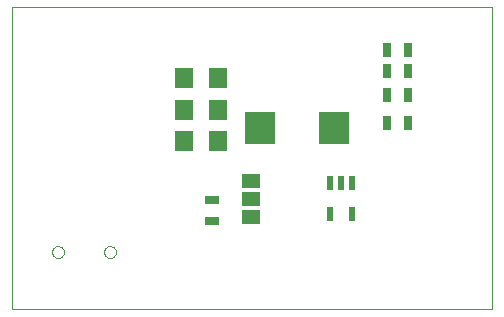
<source format=gbp>
G75*
G70*
%OFA0B0*%
%FSLAX24Y24*%
%IPPOS*%
%LPD*%
%AMOC8*
5,1,8,0,0,1.08239X$1,22.5*
%
%ADD10C,0.0000*%
%ADD11R,0.0315X0.0472*%
%ADD12R,0.0217X0.0472*%
%ADD13R,0.0472X0.0315*%
%ADD14R,0.1004X0.1063*%
%ADD15R,0.0630X0.0460*%
%ADD16R,0.0630X0.0709*%
D10*
X000180Y000416D02*
X000180Y010496D01*
X016180Y010496D01*
X016180Y000416D01*
X000180Y000416D01*
X001517Y002330D02*
X001519Y002357D01*
X001525Y002384D01*
X001534Y002410D01*
X001547Y002434D01*
X001563Y002457D01*
X001582Y002476D01*
X001604Y002493D01*
X001628Y002507D01*
X001653Y002517D01*
X001680Y002524D01*
X001707Y002527D01*
X001735Y002526D01*
X001762Y002521D01*
X001788Y002513D01*
X001812Y002501D01*
X001835Y002485D01*
X001856Y002467D01*
X001873Y002446D01*
X001888Y002422D01*
X001899Y002397D01*
X001907Y002371D01*
X001911Y002344D01*
X001911Y002316D01*
X001907Y002289D01*
X001899Y002263D01*
X001888Y002238D01*
X001873Y002214D01*
X001856Y002193D01*
X001835Y002175D01*
X001813Y002159D01*
X001788Y002147D01*
X001762Y002139D01*
X001735Y002134D01*
X001707Y002133D01*
X001680Y002136D01*
X001653Y002143D01*
X001628Y002153D01*
X001604Y002167D01*
X001582Y002184D01*
X001563Y002203D01*
X001547Y002226D01*
X001534Y002250D01*
X001525Y002276D01*
X001519Y002303D01*
X001517Y002330D01*
X003249Y002330D02*
X003251Y002357D01*
X003257Y002384D01*
X003266Y002410D01*
X003279Y002434D01*
X003295Y002457D01*
X003314Y002476D01*
X003336Y002493D01*
X003360Y002507D01*
X003385Y002517D01*
X003412Y002524D01*
X003439Y002527D01*
X003467Y002526D01*
X003494Y002521D01*
X003520Y002513D01*
X003544Y002501D01*
X003567Y002485D01*
X003588Y002467D01*
X003605Y002446D01*
X003620Y002422D01*
X003631Y002397D01*
X003639Y002371D01*
X003643Y002344D01*
X003643Y002316D01*
X003639Y002289D01*
X003631Y002263D01*
X003620Y002238D01*
X003605Y002214D01*
X003588Y002193D01*
X003567Y002175D01*
X003545Y002159D01*
X003520Y002147D01*
X003494Y002139D01*
X003467Y002134D01*
X003439Y002133D01*
X003412Y002136D01*
X003385Y002143D01*
X003360Y002153D01*
X003336Y002167D01*
X003314Y002184D01*
X003295Y002203D01*
X003279Y002226D01*
X003266Y002250D01*
X003257Y002276D01*
X003251Y002303D01*
X003249Y002330D01*
D11*
X012686Y006626D03*
X013394Y006626D03*
X013394Y007576D03*
X012686Y007576D03*
X012686Y008356D03*
X013394Y008356D03*
X013394Y009066D03*
X012686Y009066D03*
D12*
X011514Y004628D03*
X011140Y004628D03*
X010766Y004628D03*
X010766Y003604D03*
X011514Y003604D03*
D13*
X006860Y003362D03*
X006860Y004070D03*
D14*
X008432Y006456D03*
X010928Y006456D03*
D15*
X008140Y004696D03*
X008140Y004096D03*
X008140Y003496D03*
D16*
X007031Y006036D03*
X005929Y006036D03*
X005929Y007076D03*
X007031Y007076D03*
X007031Y008116D03*
X005929Y008116D03*
M02*

</source>
